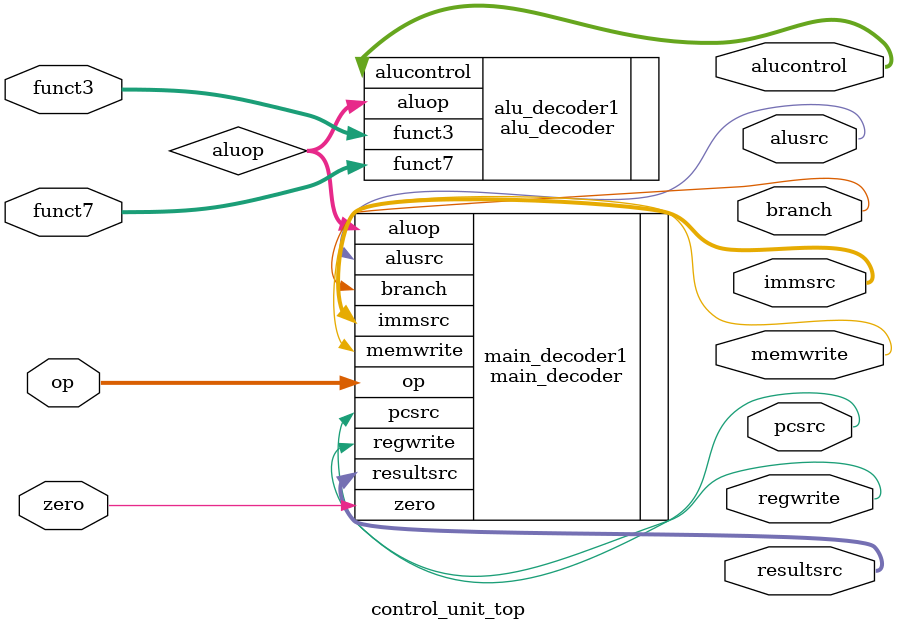
<source format=v>

module control_unit_top(op,zero,immsrc,regwrite,alusrc,memwrite,resultsrc,pcsrc,branch,funct3,funct7,alucontrol);

  input [6:0]op,funct7;
    input [2:0]funct3;
  input zero;
    output regwrite,alusrc,memwrite,branch,pcsrc;
  output [1:0]immsrc,resultsrc;
  output [2:0]alucontrol;
  wire [1:0]aluop;

   
  
// Instantiate main_decoder module
  main_decoder main_decoder1(
    .op(op),
    .zero(zero),
    .pcsrc(pcsrc),
    .resultsrc(resultsrc),
    .memwrite(memwrite),
    .alusrc(alusrc),
    .immsrc(immsrc),
    .branch(branch),
    .regwrite(regwrite),
    .aluop(aluop)
  );

  // Instantiate alu_decoder module
  alu_decoder alu_decoder1(
    .funct7(funct7),
    .funct3(funct3),
    .aluop(aluop),
    .alucontrol(alucontrol)
  );

endmodule
</source>
